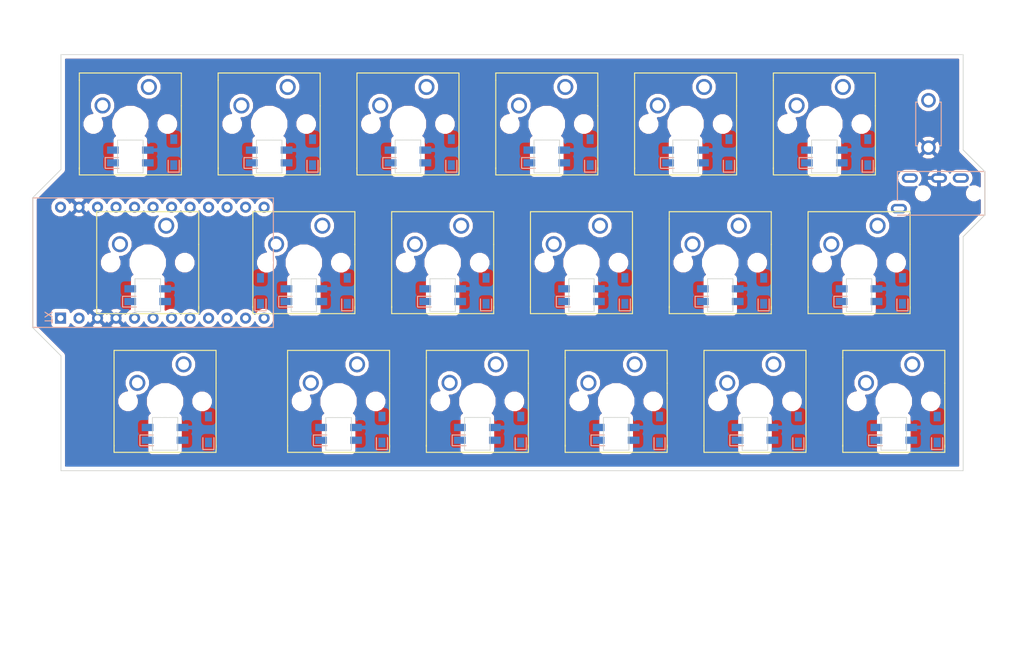
<source format=kicad_pcb>
(kicad_pcb (version 20171130) (host pcbnew "(5.0.1-3-g963ef8bb5)")
  (layers (0 F.Cu signal) (31 B.Cu signal) (34 B.Paste user) (35 F.Paste user) (36 B.SilkS user) (37 F.SilkS user) (38 B.Mask user) (39 F.Mask user) (44 Edge.Cuts user))
  (net 0 "")
  (net 1 "Net-(D1-Pad2)")
  (net 2 row0)
  (net 3 "Net-(D2-Pad2)")
  (net 4 row1)
  (net 5 "Net-(D3-Pad2)")
  (net 6 row2)
  (net 7 "Net-(D4-Pad2)")
  (net 8 "Net-(D5-Pad2)")
  (net 9 "Net-(D6-Pad2)")
  (net 10 "Net-(D7-Pad2)")
  (net 11 "Net-(D8-Pad2)")
  (net 12 "Net-(D9-Pad2)")
  (net 13 "Net-(D10-Pad2)")
  (net 14 "Net-(D11-Pad2)")
  (net 15 "Net-(D12-Pad2)")
  (net 16 "Net-(D14-Pad2)")
  (net 17 "Net-(D15-Pad2)")
  (net 18 "Net-(D16-Pad2)")
  (net 19 "Net-(D18-Pad2)")
  (net 20 VCC)
  (net 21 data)
  (net 22 GND)
  (net 23 reset)
  (net 24 col0)
  (net 25 col1)
  (net 26 col2)
  (net 27 col3)
  (net 28 col4)
  (net 29 col5)
  (net 30 "Net-(U1-Pad11)")
  (net 31 "Net-(U1-Pad12)")
  (net 32 "Net-(U1-Pad13)")
  (net 33 "Net-(U1-Pad24)")
  (net 34 "Net-(D19-Pad2)")
  (net 35 "Net-(U1-Pad5)")
  (net 36 "Net-(U1-Pad6)")
  (net 37 row3)
  (net 38 "Net-(D20-Pad2)")
  (net 39 led)
  (net 40 "Net-(L1-Pad1)")
  (net 41 "Net-(L2-Pad1)")
  (net 42 "Net-(L18-Pad1)")
  (net 43 "Net-(L19-Pad1)")
  (net 44 "Net-(L3-Pad1)")
  (net 45 "Net-(L4-Pad1)")
  (net 46 "Net-(L5-Pad1)")
  (net 47 "Net-(L6-Pad1)")
  (net 48 "Net-(L10-Pad3)")
  (net 49 "Net-(L11-Pad3)")
  (net 50 "Net-(L12-Pad3)")
  (net 51 "Net-(L10-Pad1)")
  (net 52 "Net-(L11-Pad1)")
  (net 53 "Net-(L12-Pad1)")
  (net 54 "Net-(L14-Pad1)")
  (net 55 "Net-(L15-Pad1)")
  (net 56 "Net-(L16-Pad1)")
  (net 57 "Net-(U1-Pad14)")
  (net 58 "Net-(L17-Pad3)")
  (net 59 ledout)
  (module phi-kbd-library:MX_1.25u-irreversible (layer F.Cu) (at 34.562896 73.152168)
    (fp_text reference SW3)
    (fp_text value SW_PUSH hide)
    (pad "" np_thru_hole circle (at 5.08 0) (size 1.7 1.7) (drill 1.7) (layers *.Cu *.Mask))
    (pad "" np_thru_hole circle (at -5.08 0) (size 1.7 1.7) (drill 1.7) (layers *.Cu *.Mask))
    (pad "" np_thru_hole circle (at 0 0) (size 4 4) (drill 4) (layers *.Cu *.Mask))
    (pad 1 thru_hole circle (at -3.81 -2.54) (size 2.2 2.2) (drill 1.5) (layers *.Cu *.Mask) (net 24 col0))
    (pad 2 thru_hole circle (at 2.54 -5.08) (size 2.2 2.2) (drill 1.5) (layers *.Cu *.Mask) (net 3 "Net-(D2-Pad2)"))
  )
  (module phi-kbd-library:ResetSW-irreversible (layer B.Cu) (at 141.719776 54.102056 90)
    (fp_text reference SW1 hide)
    (fp_text value SW_PUSH)
    (pad 2 thru_hole circle (at 3.25 0 90) (size 2 2) (drill 1.3) (layers *.Cu *.Mask) (net 22 GND))
    (pad 1 thru_hole circle (at -3.25 0 90) (size 2 2) (drill 1.3) (layers *.Cu *.Mask) (net 23 reset))
  )
  (module phi-kbd-library:MX_1.00u-irreversible (layer F.Cu) (at 75.044384 73.152168)
    (fp_text reference SW9)
    (fp_text value SW_PUSH hide)
    (pad "" np_thru_hole circle (at 5.08 0) (size 1.7 1.7) (drill 1.7) (layers *.Cu *.Mask))
    (pad "" np_thru_hole circle (at -5.08 0) (size 1.7 1.7) (drill 1.7) (layers *.Cu *.Mask))
    (pad "" np_thru_hole circle (at 0 0) (size 4 4) (drill 4) (layers *.Cu *.Mask))
    (pad 1 thru_hole circle (at -3.81 -2.54) (size 2.2 2.2) (drill 1.5) (layers *.Cu *.Mask) (net 26 col2))
    (pad 2 thru_hole circle (at 2.54 -5.08) (size 2.2 2.2) (drill 1.5) (layers *.Cu *.Mask) (net 11 "Net-(D8-Pad2)"))
  )
  (module phi-kbd-library:MX_1.00u-irreversible (layer F.Cu) (at 79.806912 92.20228)
    (fp_text reference SW10)
    (fp_text value SW_PUSH hide)
    (pad "" np_thru_hole circle (at 5.08 0) (size 1.7 1.7) (drill 1.7) (layers *.Cu *.Mask))
    (pad "" np_thru_hole circle (at -5.08 0) (size 1.7 1.7) (drill 1.7) (layers *.Cu *.Mask))
    (pad "" np_thru_hole circle (at 0 0) (size 4 4) (drill 4) (layers *.Cu *.Mask))
    (pad 1 thru_hole circle (at -3.81 -2.54) (size 2.2 2.2) (drill 1.5) (layers *.Cu *.Mask) (net 26 col2))
    (pad 2 thru_hole circle (at 2.54 -5.08) (size 2.2 2.2) (drill 1.5) (layers *.Cu *.Mask) (net 12 "Net-(D9-Pad2)"))
  )
  (module phi-kbd-library:D_SMD-irreversible (layer F.Cu) (at 76.235016 57.97161 90)
    (fp_text reference D7 hide)
    (fp_text value D hide)
    (pad 2 smd rect (at 1.775 0 90) (size 1.3 0.95) (layers B.Cu B.Paste B.Mask) (net 10 "Net-(D7-Pad2)"))
    (pad 1 smd rect (at -1.775 0 90) (size 1.3 0.95) (layers B.Cu B.Paste B.Mask) (net 2 row0))
  )
  (module phi-kbd-library:D_SMD-irreversible (layer F.Cu) (at 80.997544 77.021722 90)
    (fp_text reference D8 hide)
    (fp_text value D hide)
    (pad 2 smd rect (at 1.775 0 90) (size 1.3 0.95) (layers B.Cu B.Paste B.Mask) (net 11 "Net-(D8-Pad2)"))
    (pad 1 smd rect (at -1.775 0 90) (size 1.3 0.95) (layers B.Cu B.Paste B.Mask) (net 4 row1))
  )
  (module phi-kbd-library:D_SMD-irreversible (layer F.Cu) (at 85.760072 96.071834 90)
    (fp_text reference D9 hide)
    (fp_text value D hide)
    (pad 1 smd rect (at -1.775 0 90) (size 1.3 0.95) (layers B.Cu B.Paste B.Mask) (net 6 row2))
    (pad 2 smd rect (at 1.775 0 90) (size 1.3 0.95) (layers B.Cu B.Paste B.Mask) (net 12 "Net-(D9-Pad2)"))
  )
  (module phi-kbd-library:SK6812MINI-irreversible (layer B.Cu) (at 75.044384 77.617038 180)
    (fp_text reference L8 hide)
    (fp_text value SK6812MINI hide)
    (pad 1 smd rect (at -2.4 -0.875 180) (size 1.6 1) (layers B.Cu B.Paste B.Mask) (net 49 "Net-(L11-Pad3)"))
    (pad 2 smd rect (at -2.4 0.875 180) (size 1.6 1) (layers B.Cu B.Paste B.Mask) (net 22 GND))
    (pad 3 smd rect (at 2.4 0.875 180) (size 1.6 1) (layers B.Cu B.Paste B.Mask) (net 46 "Net-(L5-Pad1)"))
    (pad 4 smd rect (at 2.4 -0.875 180) (size 1.6 1) (layers B.Cu B.Paste B.Mask) (net 20 VCC))
  )
  (module phi-kbd-library:SK6812MINI-irreversible (layer B.Cu) (at 79.806912 96.66715 180)
    (fp_text reference L9 hide)
    (fp_text value SK6812MINI hide)
    (pad 4 smd rect (at 2.4 -0.875 180) (size 1.6 1) (layers B.Cu B.Paste B.Mask) (net 20 VCC))
    (pad 3 smd rect (at 2.4 0.875 180) (size 1.6 1) (layers B.Cu B.Paste B.Mask) (net 47 "Net-(L6-Pad1)"))
    (pad 2 smd rect (at -2.4 0.875 180) (size 1.6 1) (layers B.Cu B.Paste B.Mask) (net 22 GND))
    (pad 1 smd rect (at -2.4 -0.875 180) (size 1.6 1) (layers B.Cu B.Paste B.Mask) (net 50 "Net-(L12-Pad3)"))
  )
  (module phi-kbd-library:MX_1.00u-irreversible (layer F.Cu) (at 70.281856 54.102056)
    (fp_text reference SW8)
    (fp_text value SW_PUSH hide)
    (pad "" np_thru_hole circle (at 5.08 0) (size 1.7 1.7) (drill 1.7) (layers *.Cu *.Mask))
    (pad "" np_thru_hole circle (at -5.08 0) (size 1.7 1.7) (drill 1.7) (layers *.Cu *.Mask))
    (pad "" np_thru_hole circle (at 0 0) (size 4 4) (drill 4) (layers *.Cu *.Mask))
    (pad 1 thru_hole circle (at -3.81 -2.54) (size 2.2 2.2) (drill 1.5) (layers *.Cu *.Mask) (net 26 col2))
    (pad 2 thru_hole circle (at 2.54 -5.08) (size 2.2 2.2) (drill 1.5) (layers *.Cu *.Mask) (net 10 "Net-(D7-Pad2)"))
  )
  (module phi-kbd-library:SK6812MINI-irreversible (layer B.Cu) (at 70.281856 58.566926 180)
    (fp_text reference L7 hide)
    (fp_text value SK6812MINI hide)
    (pad 1 smd rect (at -2.4 -0.875 180) (size 1.6 1) (layers B.Cu B.Paste B.Mask) (net 48 "Net-(L10-Pad3)"))
    (pad 2 smd rect (at -2.4 0.875 180) (size 1.6 1) (layers B.Cu B.Paste B.Mask) (net 22 GND))
    (pad 3 smd rect (at 2.4 0.875 180) (size 1.6 1) (layers B.Cu B.Paste B.Mask) (net 45 "Net-(L4-Pad1)"))
    (pad 4 smd rect (at 2.4 -0.875 180) (size 1.6 1) (layers B.Cu B.Paste B.Mask) (net 20 VCC))
  )
  (module phi-kbd-library:MX_1.00u-irreversible (layer F.Cu) (at 55.994272 73.152168)
    (fp_text reference SW6)
    (fp_text value SW_PUSH hide)
    (pad "" np_thru_hole circle (at 5.08 0) (size 1.7 1.7) (drill 1.7) (layers *.Cu *.Mask))
    (pad "" np_thru_hole circle (at -5.08 0) (size 1.7 1.7) (drill 1.7) (layers *.Cu *.Mask))
    (pad "" np_thru_hole circle (at 0 0) (size 4 4) (drill 4) (layers *.Cu *.Mask))
    (pad 1 thru_hole circle (at -3.81 -2.54) (size 2.2 2.2) (drill 1.5) (layers *.Cu *.Mask) (net 25 col1))
    (pad 2 thru_hole circle (at 2.54 -5.08) (size 2.2 2.2) (drill 1.5) (layers *.Cu *.Mask) (net 8 "Net-(D5-Pad2)"))
  )
  (module phi-kbd-library:D_SMD-irreversible (layer F.Cu) (at 38.134792 57.97161 90)
    (fp_text reference D1 hide)
    (fp_text value D hide)
    (pad 2 smd rect (at 1.775 0 90) (size 1.3 0.95) (layers B.Cu B.Paste B.Mask) (net 1 "Net-(D1-Pad2)"))
    (pad 1 smd rect (at -1.775 0 90) (size 1.3 0.95) (layers B.Cu B.Paste B.Mask) (net 2 row0))
  )
  (module phi-kbd-library:D_SMD-irreversible (layer F.Cu) (at 50.041112 77.021722 90)
    (fp_text reference D2 hide)
    (fp_text value D hide)
    (pad 2 smd rect (at 1.775 0 90) (size 1.3 0.95) (layers B.Cu B.Paste B.Mask) (net 3 "Net-(D2-Pad2)"))
    (pad 1 smd rect (at -1.775 0 90) (size 1.3 0.95) (layers B.Cu B.Paste B.Mask) (net 4 row1))
  )
  (module phi-kbd-library:D_SMD-irreversible (layer F.Cu) (at 42.89732 96.071834 90)
    (fp_text reference D3 hide)
    (fp_text value D hide)
    (pad 2 smd rect (at 1.775 0 90) (size 1.3 0.95) (layers B.Cu B.Paste B.Mask) (net 5 "Net-(D3-Pad2)"))
    (pad 1 smd rect (at -1.775 0 90) (size 1.3 0.95) (layers B.Cu B.Paste B.Mask) (net 6 row2))
  )
  (module phi-kbd-library:D_SMD-irreversible (layer F.Cu) (at 57.184904 57.97161 90)
    (fp_text reference D4 hide)
    (fp_text value D hide)
    (pad 1 smd rect (at -1.775 0 90) (size 1.3 0.95) (layers B.Cu B.Paste B.Mask) (net 2 row0))
    (pad 2 smd rect (at 1.775 0 90) (size 1.3 0.95) (layers B.Cu B.Paste B.Mask) (net 7 "Net-(D4-Pad2)"))
  )
  (module phi-kbd-library:D_SMD-irreversible (layer F.Cu) (at 61.947432 77.021722 90)
    (fp_text reference D5 hide)
    (fp_text value D hide)
    (pad 1 smd rect (at -1.775 0 90) (size 1.3 0.95) (layers B.Cu B.Paste B.Mask) (net 4 row1))
    (pad 2 smd rect (at 1.775 0 90) (size 1.3 0.95) (layers B.Cu B.Paste B.Mask) (net 8 "Net-(D5-Pad2)"))
  )
  (module phi-kbd-library:D_SMD-irreversible (layer F.Cu) (at 66.70996 96.071834 90)
    (fp_text reference D6 hide)
    (fp_text value D hide)
    (pad 2 smd rect (at 1.775 0 90) (size 1.3 0.95) (layers B.Cu B.Paste B.Mask) (net 9 "Net-(D6-Pad2)"))
    (pad 1 smd rect (at -1.775 0 90) (size 1.3 0.95) (layers B.Cu B.Paste B.Mask) (net 6 row2))
  )
  (module phi-kbd-library:D_SMD-irreversible (layer F.Cu) (at 95.285128 57.97161 90)
    (fp_text reference D10 hide)
    (fp_text value D hide)
    (pad 1 smd rect (at -1.775 0 90) (size 1.3 0.95) (layers B.Cu B.Paste B.Mask) (net 2 row0))
    (pad 2 smd rect (at 1.775 0 90) (size 1.3 0.95) (layers B.Cu B.Paste B.Mask) (net 13 "Net-(D10-Pad2)"))
  )
  (module phi-kbd-library:D_SMD-irreversible (layer F.Cu) (at 100.047656 77.021722 90)
    (fp_text reference D11 hide)
    (fp_text value D hide)
    (pad 2 smd rect (at 1.775 0 90) (size 1.3 0.95) (layers B.Cu B.Paste B.Mask) (net 14 "Net-(D11-Pad2)"))
    (pad 1 smd rect (at -1.775 0 90) (size 1.3 0.95) (layers B.Cu B.Paste B.Mask) (net 4 row1))
  )
  (module phi-kbd-library:D_SMD-irreversible (layer F.Cu) (at 104.810184 96.071834 90)
    (fp_text reference D12 hide)
    (fp_text value D hide)
    (pad 1 smd rect (at -1.775 0 90) (size 1.3 0.95) (layers B.Cu B.Paste B.Mask) (net 6 row2))
    (pad 2 smd rect (at 1.775 0 90) (size 1.3 0.95) (layers B.Cu B.Paste B.Mask) (net 15 "Net-(D12-Pad2)"))
  )
  (module phi-kbd-library:D_SMD-irreversible (layer F.Cu) (at 114.33524 57.97161 90)
    (fp_text reference D14 hide)
    (fp_text value D hide)
    (pad 2 smd rect (at 1.775 0 90) (size 1.3 0.95) (layers B.Cu B.Paste B.Mask) (net 16 "Net-(D14-Pad2)"))
    (pad 1 smd rect (at -1.775 0 90) (size 1.3 0.95) (layers B.Cu B.Paste B.Mask) (net 2 row0))
  )
  (module phi-kbd-library:D_SMD-irreversible (layer F.Cu) (at 119.097768 77.021722 90)
    (fp_text reference D15 hide)
    (fp_text value D hide)
    (pad 2 smd rect (at 1.775 0 90) (size 1.3 0.95) (layers B.Cu B.Paste B.Mask) (net 17 "Net-(D15-Pad2)"))
    (pad 1 smd rect (at -1.775 0 90) (size 1.3 0.95) (layers B.Cu B.Paste B.Mask) (net 4 row1))
  )
  (module phi-kbd-library:D_SMD-irreversible (layer F.Cu) (at 123.860296 96.071834 90)
    (fp_text reference D16 hide)
    (fp_text value D hide)
    (pad 2 smd rect (at 1.775 0 90) (size 1.3 0.95) (layers B.Cu B.Paste B.Mask) (net 18 "Net-(D16-Pad2)"))
    (pad 1 smd rect (at -1.775 0 90) (size 1.3 0.95) (layers B.Cu B.Paste B.Mask) (net 6 row2))
  )
  (module phi-kbd-library:D_SMD-irreversible (layer F.Cu) (at 133.385352 57.97161 90)
    (fp_text reference D18 hide)
    (fp_text value D hide)
    (pad 1 smd rect (at -1.775 0 90) (size 1.3 0.95) (layers B.Cu B.Paste B.Mask) (net 2 row0))
    (pad 2 smd rect (at 1.775 0 90) (size 1.3 0.95) (layers B.Cu B.Paste B.Mask) (net 19 "Net-(D18-Pad2)"))
  )
  (module phi-kbd-library:D_SMD-irreversible (layer F.Cu) (at 138.14788 77.021722 90)
    (fp_text reference D19 hide)
    (fp_text value D hide)
    (pad 1 smd rect (at -1.775 0 90) (size 1.3 0.95) (layers B.Cu B.Paste B.Mask) (net 4 row1))
    (pad 2 smd rect (at 1.775 0 90) (size 1.3 0.95) (layers B.Cu B.Paste B.Mask) (net 34 "Net-(D19-Pad2)"))
  )
  (module phi-kbd-library:D_SMD-irreversible (layer F.Cu) (at 142.910408 96.071834 90)
    (fp_text reference D20 hide)
    (fp_text value D hide)
    (pad 1 smd rect (at -1.775 0 90) (size 1.3 0.95) (layers B.Cu B.Paste B.Mask) (net 6 row2))
    (pad 2 smd rect (at 1.775 0 90) (size 1.3 0.95) (layers B.Cu B.Paste B.Mask) (net 38 "Net-(D20-Pad2)"))
  )
  (module phi-kbd-library:MJ-4PP-9-irreversible (layer B.Cu) (at 149.458884 63.627112 180)
    (fp_text reference J1)
    (fp_text value MJ-4PP-9)
    (pad "" np_thru_hole circle (at 1.5 0 180) (size 1.2 1.2) (drill 1.2) (layers *.Cu *.Mask))
    (pad "" np_thru_hole circle (at 8.5 0 180) (size 1.2 1.2) (drill 1.2) (layers *.Cu *.Mask))
    (pad B thru_hole oval (at 3.3 2.1 180) (size 2.2 1.3) (drill oval 1.5 0.6) (layers *.Cu *.Mask) (net 21 data))
    (pad C thru_hole oval (at 6.3 2.1 180) (size 2.2 1.3) (drill oval 1.5 0.6) (layers *.Cu *.Mask) (net 22 GND))
    (pad D thru_hole oval (at 10.3 2.1 180) (size 2.2 1.3) (drill oval 1.5 0.6) (layers *.Cu *.Mask) (net 20 VCC))
    (pad A thru_hole oval (at 11.8 -2.1 180) (size 2.2 1.3) (drill oval 1.5 0.6) (layers *.Cu *.Mask) (net 59 ledout))
  )
  (module phi-kbd-library:SK6812MINI-irreversible (layer B.Cu) (at 32.181632 58.566926 180)
    (fp_text reference L1 hide)
    (fp_text value SK6812MINI hide)
    (pad 1 smd rect (at -2.4 -0.875 180) (size 1.6 1) (layers B.Cu B.Paste B.Mask) (net 40 "Net-(L1-Pad1)"))
    (pad 2 smd rect (at -2.4 0.875 180) (size 1.6 1) (layers B.Cu B.Paste B.Mask) (net 22 GND))
    (pad 3 smd rect (at 2.4 0.875 180) (size 1.6 1) (layers B.Cu B.Paste B.Mask) (net 39 led))
    (pad 4 smd rect (at 2.4 -0.875 180) (size 1.6 1) (layers B.Cu B.Paste B.Mask) (net 20 VCC))
  )
  (module phi-kbd-library:SK6812MINI-irreversible (layer B.Cu) (at 34.562896 77.617038 180)
    (fp_text reference L2 hide)
    (fp_text value SK6812MINI hide)
    (pad 1 smd rect (at -2.4 -0.875 180) (size 1.6 1) (layers B.Cu B.Paste B.Mask) (net 41 "Net-(L2-Pad1)"))
    (pad 2 smd rect (at -2.4 0.875 180) (size 1.6 1) (layers B.Cu B.Paste B.Mask) (net 22 GND))
    (pad 3 smd rect (at 2.4 0.875 180) (size 1.6 1) (layers B.Cu B.Paste B.Mask) (net 42 "Net-(L18-Pad1)"))
    (pad 4 smd rect (at 2.4 -0.875 180) (size 1.6 1) (layers B.Cu B.Paste B.Mask) (net 20 VCC))
  )
  (module phi-kbd-library:SK6812MINI-irreversible (layer B.Cu) (at 36.94416 96.66715 180)
    (fp_text reference L3 hide)
    (fp_text value SK6812MINI hide)
    (pad 4 smd rect (at 2.4 -0.875 180) (size 1.6 1) (layers B.Cu B.Paste B.Mask) (net 20 VCC))
    (pad 3 smd rect (at 2.4 0.875 180) (size 1.6 1) (layers B.Cu B.Paste B.Mask) (net 43 "Net-(L19-Pad1)"))
    (pad 2 smd rect (at -2.4 0.875 180) (size 1.6 1) (layers B.Cu B.Paste B.Mask) (net 22 GND))
    (pad 1 smd rect (at -2.4 -0.875 180) (size 1.6 1) (layers B.Cu B.Paste B.Mask) (net 44 "Net-(L3-Pad1)"))
  )
  (module phi-kbd-library:SK6812MINI-irreversible (layer B.Cu) (at 51.231744 58.566926 180)
    (fp_text reference L4 hide)
    (fp_text value SK6812MINI hide)
    (pad 1 smd rect (at -2.4 -0.875 180) (size 1.6 1) (layers B.Cu B.Paste B.Mask) (net 45 "Net-(L4-Pad1)"))
    (pad 2 smd rect (at -2.4 0.875 180) (size 1.6 1) (layers B.Cu B.Paste B.Mask) (net 22 GND))
    (pad 3 smd rect (at 2.4 0.875 180) (size 1.6 1) (layers B.Cu B.Paste B.Mask) (net 40 "Net-(L1-Pad1)"))
    (pad 4 smd rect (at 2.4 -0.875 180) (size 1.6 1) (layers B.Cu B.Paste B.Mask) (net 20 VCC))
  )
  (module phi-kbd-library:SK6812MINI-irreversible (layer B.Cu) (at 55.994272 77.617038 180)
    (fp_text reference L5 hide)
    (fp_text value SK6812MINI hide)
    (pad 4 smd rect (at 2.4 -0.875 180) (size 1.6 1) (layers B.Cu B.Paste B.Mask) (net 20 VCC))
    (pad 3 smd rect (at 2.4 0.875 180) (size 1.6 1) (layers B.Cu B.Paste B.Mask) (net 41 "Net-(L2-Pad1)"))
    (pad 2 smd rect (at -2.4 0.875 180) (size 1.6 1) (layers B.Cu B.Paste B.Mask) (net 22 GND))
    (pad 1 smd rect (at -2.4 -0.875 180) (size 1.6 1) (layers B.Cu B.Paste B.Mask) (net 46 "Net-(L5-Pad1)"))
  )
  (module phi-kbd-library:SK6812MINI-irreversible (layer B.Cu) (at 60.7568 96.66715 180)
    (fp_text reference L6 hide)
    (fp_text value SK6812MINI hide)
    (pad 1 smd rect (at -2.4 -0.875 180) (size 1.6 1) (layers B.Cu B.Paste B.Mask) (net 47 "Net-(L6-Pad1)"))
    (pad 2 smd rect (at -2.4 0.875 180) (size 1.6 1) (layers B.Cu B.Paste B.Mask) (net 22 GND))
    (pad 3 smd rect (at 2.4 0.875 180) (size 1.6 1) (layers B.Cu B.Paste B.Mask) (net 44 "Net-(L3-Pad1)"))
    (pad 4 smd rect (at 2.4 -0.875 180) (size 1.6 1) (layers B.Cu B.Paste B.Mask) (net 20 VCC))
  )
  (module phi-kbd-library:SK6812MINI-irreversible (layer B.Cu) (at 89.331968 58.566926 180)
    (fp_text reference L10 hide)
    (fp_text value SK6812MINI hide)
    (pad 1 smd rect (at -2.4 -0.875 180) (size 1.6 1) (layers B.Cu B.Paste B.Mask) (net 51 "Net-(L10-Pad1)"))
    (pad 2 smd rect (at -2.4 0.875 180) (size 1.6 1) (layers B.Cu B.Paste B.Mask) (net 22 GND))
    (pad 3 smd rect (at 2.4 0.875 180) (size 1.6 1) (layers B.Cu B.Paste B.Mask) (net 48 "Net-(L10-Pad3)"))
    (pad 4 smd rect (at 2.4 -0.875 180) (size 1.6 1) (layers B.Cu B.Paste B.Mask) (net 20 VCC))
  )
  (module phi-kbd-library:SK6812MINI-irreversible (layer B.Cu) (at 94.094496 77.617038 180)
    (fp_text reference L11 hide)
    (fp_text value SK6812MINI hide)
    (pad 4 smd rect (at 2.4 -0.875 180) (size 1.6 1) (layers B.Cu B.Paste B.Mask) (net 20 VCC))
    (pad 3 smd rect (at 2.4 0.875 180) (size 1.6 1) (layers B.Cu B.Paste B.Mask) (net 49 "Net-(L11-Pad3)"))
    (pad 2 smd rect (at -2.4 0.875 180) (size 1.6 1) (layers B.Cu B.Paste B.Mask) (net 22 GND))
    (pad 1 smd rect (at -2.4 -0.875 180) (size 1.6 1) (layers B.Cu B.Paste B.Mask) (net 52 "Net-(L11-Pad1)"))
  )
  (module phi-kbd-library:SK6812MINI-irreversible (layer B.Cu) (at 98.857024 96.66715 180)
    (fp_text reference L12 hide)
    (fp_text value SK6812MINI hide)
    (pad 1 smd rect (at -2.4 -0.875 180) (size 1.6 1) (layers B.Cu B.Paste B.Mask) (net 53 "Net-(L12-Pad1)"))
    (pad 2 smd rect (at -2.4 0.875 180) (size 1.6 1) (layers B.Cu B.Paste B.Mask) (net 22 GND))
    (pad 3 smd rect (at 2.4 0.875 180) (size 1.6 1) (layers B.Cu B.Paste B.Mask) (net 50 "Net-(L12-Pad3)"))
    (pad 4 smd rect (at 2.4 -0.875 180) (size 1.6 1) (layers B.Cu B.Paste B.Mask) (net 20 VCC))
  )
  (module phi-kbd-library:SK6812MINI-irreversible (layer B.Cu) (at 108.38208 58.566926 180)
    (fp_text reference L14 hide)
    (fp_text value SK6812MINI hide)
    (pad 4 smd rect (at 2.4 -0.875 180) (size 1.6 1) (layers B.Cu B.Paste B.Mask) (net 20 VCC))
    (pad 3 smd rect (at 2.4 0.875 180) (size 1.6 1) (layers B.Cu B.Paste B.Mask) (net 51 "Net-(L10-Pad1)"))
    (pad 2 smd rect (at -2.4 0.875 180) (size 1.6 1) (layers B.Cu B.Paste B.Mask) (net 22 GND))
    (pad 1 smd rect (at -2.4 -0.875 180) (size 1.6 1) (layers B.Cu B.Paste B.Mask) (net 54 "Net-(L14-Pad1)"))
  )
  (module phi-kbd-library:SK6812MINI-irreversible (layer B.Cu) (at 113.144608 77.617038 180)
    (fp_text reference L15 hide)
    (fp_text value SK6812MINI hide)
    (pad 1 smd rect (at -2.4 -0.875 180) (size 1.6 1) (layers B.Cu B.Paste B.Mask) (net 55 "Net-(L15-Pad1)"))
    (pad 2 smd rect (at -2.4 0.875 180) (size 1.6 1) (layers B.Cu B.Paste B.Mask) (net 22 GND))
    (pad 3 smd rect (at 2.4 0.875 180) (size 1.6 1) (layers B.Cu B.Paste B.Mask) (net 52 "Net-(L11-Pad1)"))
    (pad 4 smd rect (at 2.4 -0.875 180) (size 1.6 1) (layers B.Cu B.Paste B.Mask) (net 20 VCC))
  )
  (module phi-kbd-library:SK6812MINI-irreversible (layer B.Cu) (at 117.907136 96.66715 180)
    (fp_text reference L16 hide)
    (fp_text value SK6812MINI hide)
    (pad 4 smd rect (at 2.4 -0.875 180) (size 1.6 1) (layers B.Cu B.Paste B.Mask) (net 20 VCC))
    (pad 3 smd rect (at 2.4 0.875 180) (size 1.6 1) (layers B.Cu B.Paste B.Mask) (net 53 "Net-(L12-Pad1)"))
    (pad 2 smd rect (at -2.4 0.875 180) (size 1.6 1) (layers B.Cu B.Paste B.Mask) (net 22 GND))
    (pad 1 smd rect (at -2.4 -0.875 180) (size 1.6 1) (layers B.Cu B.Paste B.Mask) (net 56 "Net-(L16-Pad1)"))
  )
  (module phi-kbd-library:SK6812MINI-irreversible (layer B.Cu) (at 127.432192 58.566926 180)
    (fp_text reference L18 hide)
    (fp_text value SK6812MINI hide)
    (pad 1 smd rect (at -2.4 -0.875 180) (size 1.6 1) (layers B.Cu B.Paste B.Mask) (net 42 "Net-(L18-Pad1)"))
    (pad 2 smd rect (at -2.4 0.875 180) (size 1.6 1) (layers B.Cu B.Paste B.Mask) (net 22 GND))
    (pad 3 smd rect (at 2.4 0.875 180) (size 1.6 1) (layers B.Cu B.Paste B.Mask) (net 54 "Net-(L14-Pad1)"))
    (pad 4 smd rect (at 2.4 -0.875 180) (size 1.6 1) (layers B.Cu B.Paste B.Mask) (net 20 VCC))
  )
  (module phi-kbd-library:SK6812MINI-irreversible (layer B.Cu) (at 132.19472 77.617038 180)
    (fp_text reference L19 hide)
    (fp_text value SK6812MINI hide)
    (pad 4 smd rect (at 2.4 -0.875 180) (size 1.6 1) (layers B.Cu B.Paste B.Mask) (net 20 VCC))
    (pad 3 smd rect (at 2.4 0.875 180) (size 1.6 1) (layers B.Cu B.Paste B.Mask) (net 55 "Net-(L15-Pad1)"))
    (pad 2 smd rect (at -2.4 0.875 180) (size 1.6 1) (layers B.Cu B.Paste B.Mask) (net 22 GND))
    (pad 1 smd rect (at -2.4 -0.875 180) (size 1.6 1) (layers B.Cu B.Paste B.Mask) (net 43 "Net-(L19-Pad1)"))
  )
  (module phi-kbd-library:SK6812MINI-irreversible (layer B.Cu) (at 136.957248 96.66715 180)
    (fp_text reference L20 hide)
    (fp_text value SK6812MINI hide)
    (pad 1 smd rect (at -2.4 -0.875 180) (size 1.6 1) (layers B.Cu B.Paste B.Mask) (net 58 "Net-(L17-Pad3)"))
    (pad 2 smd rect (at -2.4 0.875 180) (size 1.6 1) (layers B.Cu B.Paste B.Mask) (net 22 GND))
    (pad 3 smd rect (at 2.4 0.875 180) (size 1.6 1) (layers B.Cu B.Paste B.Mask) (net 56 "Net-(L16-Pad1)"))
    (pad 4 smd rect (at 2.4 -0.875 180) (size 1.6 1) (layers B.Cu B.Paste B.Mask) (net 20 VCC))
  )
  (module phi-kbd-library:MX_1.00u-irreversible (layer F.Cu) (at 32.181632 54.102056)
    (fp_text reference SW2)
    (fp_text value SW_PUSH hide)
    (pad "" np_thru_hole circle (at 5.08 0) (size 1.7 1.7) (drill 1.7) (layers *.Cu *.Mask))
    (pad "" np_thru_hole circle (at -5.08 0) (size 1.7 1.7) (drill 1.7) (layers *.Cu *.Mask))
    (pad "" np_thru_hole circle (at 0 0) (size 4 4) (drill 4) (layers *.Cu *.Mask))
    (pad 1 thru_hole circle (at -3.81 -2.54) (size 2.2 2.2) (drill 1.5) (layers *.Cu *.Mask) (net 24 col0))
    (pad 2 thru_hole circle (at 2.54 -5.08) (size 2.2 2.2) (drill 1.5) (layers *.Cu *.Mask) (net 1 "Net-(D1-Pad2)"))
  )
  (module phi-kbd-library:MX_1.50u-irreversible (layer F.Cu) (at 36.94416 92.20228)
    (fp_text reference SW4)
    (fp_text value SW_PUSH hide)
    (pad "" np_thru_hole circle (at 5.08 0) (size 1.7 1.7) (drill 1.7) (layers *.Cu *.Mask))
    (pad "" np_thru_hole circle (at -5.08 0) (size 1.7 1.7) (drill 1.7) (layers *.Cu *.Mask))
    (pad "" np_thru_hole circle (at 0 0) (size 4 4) (drill 4) (layers *.Cu *.Mask))
    (pad 1 thru_hole circle (at -3.81 -2.54) (size 2.2 2.2) (drill 1.5) (layers *.Cu *.Mask) (net 24 col0))
    (pad 2 thru_hole circle (at 2.54 -5.08) (size 2.2 2.2) (drill 1.5) (layers *.Cu *.Mask) (net 5 "Net-(D3-Pad2)"))
  )
  (module phi-kbd-library:MX_1.00u-irreversible (layer F.Cu) (at 51.231744 54.102056)
    (fp_text reference SW5)
    (fp_text value SW_PUSH hide)
    (pad 2 thru_hole circle (at 2.54 -5.08) (size 2.2 2.2) (drill 1.5) (layers *.Cu *.Mask) (net 7 "Net-(D4-Pad2)"))
    (pad 1 thru_hole circle (at -3.81 -2.54) (size 2.2 2.2) (drill 1.5) (layers *.Cu *.Mask) (net 25 col1))
    (pad "" np_thru_hole circle (at 0 0) (size 4 4) (drill 4) (layers *.Cu *.Mask))
    (pad "" np_thru_hole circle (at -5.08 0) (size 1.7 1.7) (drill 1.7) (layers *.Cu *.Mask))
    (pad "" np_thru_hole circle (at 5.08 0) (size 1.7 1.7) (drill 1.7) (layers *.Cu *.Mask))
  )
  (module phi-kbd-library:MX_1.00u-irreversible (layer F.Cu) (at 60.7568 92.20228)
    (fp_text reference SW7)
    (fp_text value SW_PUSH hide)
    (pad 2 thru_hole circle (at 2.54 -5.08) (size 2.2 2.2) (drill 1.5) (layers *.Cu *.Mask) (net 9 "Net-(D6-Pad2)"))
    (pad 1 thru_hole circle (at -3.81 -2.54) (size 2.2 2.2) (drill 1.5) (layers *.Cu *.Mask) (net 25 col1))
    (pad "" np_thru_hole circle (at 0 0) (size 4 4) (drill 4) (layers *.Cu *.Mask))
    (pad "" np_thru_hole circle (at -5.08 0) (size 1.7 1.7) (drill 1.7) (layers *.Cu *.Mask))
    (pad "" np_thru_hole circle (at 5.08 0) (size 1.7 1.7) (drill 1.7) (layers *.Cu *.Mask))
  )
  (module phi-kbd-library:MX_1.00u-irreversible (layer F.Cu) (at 89.331968 54.102056)
    (fp_text reference SW11)
    (fp_text value SW_PUSH hide)
    (pad 2 thru_hole circle (at 2.54 -5.08) (size 2.2 2.2) (drill 1.5) (layers *.Cu *.Mask) (net 13 "Net-(D10-Pad2)"))
    (pad 1 thru_hole circle (at -3.81 -2.54) (size 2.2 2.2) (drill 1.5) (layers *.Cu *.Mask) (net 27 col3))
    (pad "" np_thru_hole circle (at 0 0) (size 4 4) (drill 4) (layers *.Cu *.Mask))
    (pad "" np_thru_hole circle (at -5.08 0) (size 1.7 1.7) (drill 1.7) (layers *.Cu *.Mask))
    (pad "" np_thru_hole circle (at 5.08 0) (size 1.7 1.7) (drill 1.7) (layers *.Cu *.Mask))
  )
  (module phi-kbd-library:MX_1.00u-irreversible (layer F.Cu) (at 94.094496 73.152168)
    (fp_text reference SW12)
    (fp_text value SW_PUSH hide)
    (pad 2 thru_hole circle (at 2.54 -5.08) (size 2.2 2.2) (drill 1.5) (layers *.Cu *.Mask) (net 14 "Net-(D11-Pad2)"))
    (pad 1 thru_hole circle (at -3.81 -2.54) (size 2.2 2.2) (drill 1.5) (layers *.Cu *.Mask) (net 27 col3))
    (pad "" np_thru_hole circle (at 0 0) (size 4 4) (drill 4) (layers *.Cu *.Mask))
    (pad "" np_thru_hole circle (at -5.08 0) (size 1.7 1.7) (drill 1.7) (layers *.Cu *.Mask))
    (pad "" np_thru_hole circle (at 5.08 0) (size 1.7 1.7) (drill 1.7) (layers *.Cu *.Mask))
  )
  (module phi-kbd-library:MX_1.00u-irreversible (layer F.Cu) (at 98.857024 92.20228)
    (fp_text reference SW13)
    (fp_text value SW_PUSH hide)
    (pad "" np_thru_hole circle (at 5.08 0) (size 1.7 1.7) (drill 1.7) (layers *.Cu *.Mask))
    (pad "" np_thru_hole circle (at -5.08 0) (size 1.7 1.7) (drill 1.7) (layers *.Cu *.Mask))
    (pad "" np_thru_hole circle (at 0 0) (size 4 4) (drill 4) (layers *.Cu *.Mask))
    (pad 1 thru_hole circle (at -3.81 -2.54) (size 2.2 2.2) (drill 1.5) (layers *.Cu *.Mask) (net 27 col3))
    (pad 2 thru_hole circle (at 2.54 -5.08) (size 2.2 2.2) (drill 1.5) (layers *.Cu *.Mask) (net 15 "Net-(D12-Pad2)"))
  )
  (module phi-kbd-library:MX_1.00u-irreversible (layer F.Cu) (at 108.38208 54.102056)
    (fp_text reference SW15)
    (fp_text value SW_PUSH hide)
    (pad 2 thru_hole circle (at 2.54 -5.08) (size 2.2 2.2) (drill 1.5) (layers *.Cu *.Mask) (net 16 "Net-(D14-Pad2)"))
    (pad 1 thru_hole circle (at -3.81 -2.54) (size 2.2 2.2) (drill 1.5) (layers *.Cu *.Mask) (net 28 col4))
    (pad "" np_thru_hole circle (at 0 0) (size 4 4) (drill 4) (layers *.Cu *.Mask))
    (pad "" np_thru_hole circle (at -5.08 0) (size 1.7 1.7) (drill 1.7) (layers *.Cu *.Mask))
    (pad "" np_thru_hole circle (at 5.08 0) (size 1.7 1.7) (drill 1.7) (layers *.Cu *.Mask))
  )
  (module phi-kbd-library:MX_1.00u-irreversible (layer F.Cu) (at 113.144608 73.152168)
    (fp_text reference SW16)
    (fp_text value SW_PUSH hide)
    (pad "" np_thru_hole circle (at 5.08 0) (size 1.7 1.7) (drill 1.7) (layers *.Cu *.Mask))
    (pad "" np_thru_hole circle (at -5.08 0) (size 1.7 1.7) (drill 1.7) (layers *.Cu *.Mask))
    (pad "" np_thru_hole circle (at 0 0) (size 4 4) (drill 4) (layers *.Cu *.Mask))
    (pad 1 thru_hole circle (at -3.81 -2.54) (size 2.2 2.2) (drill 1.5) (layers *.Cu *.Mask) (net 28 col4))
    (pad 2 thru_hole circle (at 2.54 -5.08) (size 2.2 2.2) (drill 1.5) (layers *.Cu *.Mask) (net 17 "Net-(D15-Pad2)"))
  )
  (module phi-kbd-library:MX_1.00u-irreversible (layer F.Cu) (at 117.907136 92.20228)
    (fp_text reference SW17)
    (fp_text value SW_PUSH hide)
    (pad "" np_thru_hole circle (at 5.08 0) (size 1.7 1.7) (drill 1.7) (layers *.Cu *.Mask))
    (pad "" np_thru_hole circle (at -5.08 0) (size 1.7 1.7) (drill 1.7) (layers *.Cu *.Mask))
    (pad "" np_thru_hole circle (at 0 0) (size 4 4) (drill 4) (layers *.Cu *.Mask))
    (pad 1 thru_hole circle (at -3.81 -2.54) (size 2.2 2.2) (drill 1.5) (layers *.Cu *.Mask) (net 28 col4))
    (pad 2 thru_hole circle (at 2.54 -5.08) (size 2.2 2.2) (drill 1.5) (layers *.Cu *.Mask) (net 18 "Net-(D16-Pad2)"))
  )
  (module phi-kbd-library:MX_1.00u-irreversible (layer F.Cu) (at 127.432192 54.102056)
    (fp_text reference SW19)
    (fp_text value SW_PUSH hide)
    (pad "" np_thru_hole circle (at 5.08 0) (size 1.7 1.7) (drill 1.7) (layers *.Cu *.Mask))
    (pad "" np_thru_hole circle (at -5.08 0) (size 1.7 1.7) (drill 1.7) (layers *.Cu *.Mask))
    (pad "" np_thru_hole circle (at 0 0) (size 4 4) (drill 4) (layers *.Cu *.Mask))
    (pad 1 thru_hole circle (at -3.81 -2.54) (size 2.2 2.2) (drill 1.5) (layers *.Cu *.Mask) (net 29 col5))
    (pad 2 thru_hole circle (at 2.54 -5.08) (size 2.2 2.2) (drill 1.5) (layers *.Cu *.Mask) (net 19 "Net-(D18-Pad2)"))
  )
  (module phi-kbd-library:MX_1.00u-irreversible (layer F.Cu) (at 132.19472 73.152168)
    (fp_text reference SW20)
    (fp_text value SW_PUSH hide)
    (pad 2 thru_hole circle (at 2.54 -5.08) (size 2.2 2.2) (drill 1.5) (layers *.Cu *.Mask) (net 34 "Net-(D19-Pad2)"))
    (pad 1 thru_hole circle (at -3.81 -2.54) (size 2.2 2.2) (drill 1.5) (layers *.Cu *.Mask) (net 29 col5))
    (pad "" np_thru_hole circle (at 0 0) (size 4 4) (drill 4) (layers *.Cu *.Mask))
    (pad "" np_thru_hole circle (at -5.08 0) (size 1.7 1.7) (drill 1.7) (layers *.Cu *.Mask))
    (pad "" np_thru_hole circle (at 5.08 0) (size 1.7 1.7) (drill 1.7) (layers *.Cu *.Mask))
  )
  (module phi-kbd-library:MX_1.00u-irreversible (layer F.Cu) (at 136.957248 92.20228)
    (fp_text reference SW21)
    (fp_text value SW_PUSH hide)
    (pad 2 thru_hole circle (at 2.54 -5.08) (size 2.2 2.2) (drill 1.5) (layers *.Cu *.Mask) (net 38 "Net-(D20-Pad2)"))
    (pad 1 thru_hole circle (at -3.81 -2.54) (size 2.2 2.2) (drill 1.5) (layers *.Cu *.Mask) (net 29 col5))
    (pad "" np_thru_hole circle (at 0 0) (size 4 4) (drill 4) (layers *.Cu *.Mask))
    (pad "" np_thru_hole circle (at -5.08 0) (size 1.7 1.7) (drill 1.7) (layers *.Cu *.Mask))
    (pad "" np_thru_hole circle (at 5.08 0) (size 1.7 1.7) (drill 1.7) (layers *.Cu *.Mask))
  )
  (module phi-kbd-library:ProMicro_Reversed_Conthrough-irreversible (layer B.Cu) (at 18.787022 73.152168)
    (fp_text reference U1)
    (fp_text value ProMicro hide)
    (fp_text user TX (at 2.1336 7.5184 -90 unlocked) (layer B.SilkS) (effects (justify mirror)))
    (pad 1 thru_hole rect (at 3.81 7.62) (size 1.524 1.524) (drill 0.8128) (layers *.Cu *.Mask) (net 39 led))
    (pad 2 thru_hole circle (at 6.35 7.62) (size 1.524 1.524) (drill 0.8128) (layers *.Cu *.Mask) (net 21 data))
    (pad 3 thru_hole circle (at 8.89 7.62) (size 1.524 1.524) (drill 0.8128) (layers *.Cu *.Mask) (net 22 GND))
    (pad 4 thru_hole circle (at 11.43 7.62) (size 1.524 1.524) (drill 0.8128) (layers *.Cu *.Mask) (net 22 GND))
    (pad 5 thru_hole circle (at 13.97 7.62) (size 1.524 1.524) (drill 0.8128) (layers *.Cu *.Mask) (net 35 "Net-(U1-Pad5)"))
    (pad 6 thru_hole circle (at 16.51 7.62) (size 1.524 1.524) (drill 0.8128) (layers *.Cu *.Mask) (net 36 "Net-(U1-Pad6)"))
    (pad 7 thru_hole circle (at 19.05 7.62) (size 1.524 1.524) (drill 0.8128) (layers *.Cu *.Mask) (net 2 row0))
    (pad 8 thru_hole circle (at 21.59 7.62) (size 1.524 1.524) (drill 0.8128) (layers *.Cu *.Mask) (net 4 row1))
    (pad 9 thru_hole circle (at 24.13 7.62) (size 1.524 1.524) (drill 0.8128) (layers *.Cu *.Mask) (net 6 row2))
    (pad 10 thru_hole circle (at 26.67 7.62) (size 1.524 1.524) (drill 0.8128) (layers *.Cu *.Mask) (net 37 row3))
    (pad 11 thru_hole circle (at 29.21 7.62) (size 1.524 1.524) (drill 0.8128) (layers *.Cu *.Mask) (net 30 "Net-(U1-Pad11)"))
    (pad 12 thru_hole circle (at 31.75 7.62) (size 1.524 1.524) (drill 0.8128) (layers *.Cu *.Mask) (net 31 "Net-(U1-Pad12)"))
    (pad 24 thru_hole circle (at 3.81 -7.62) (size 1.524 1.524) (drill 0.8128) (layers *.Cu *.Mask) (net 33 "Net-(U1-Pad24)"))
    (pad 23 thru_hole circle (at 6.35 -7.62) (size 1.524 1.524) (drill 0.8128) (layers *.Cu *.Mask) (net 22 GND))
    (pad 22 thru_hole circle (at 8.89 -7.62) (size 1.524 1.524) (drill 0.8128) (layers *.Cu *.Mask) (net 23 reset))
    (pad 21 thru_hole circle (at 11.43 -7.62) (size 1.524 1.524) (drill 0.8128) (layers *.Cu *.Mask) (net 20 VCC))
    (pad 20 thru_hole circle (at 13.97 -7.62) (size 1.524 1.524) (drill 0.8128) (layers *.Cu *.Mask) (net 24 col0))
    (pad 19 thru_hole circle (at 16.51 -7.62) (size 1.524 1.524) (drill 0.8128) (layers *.Cu *.Mask) (net 25 col1))
    (pad 18 thru_hole circle (at 19.05 -7.62) (size 1.524 1.524) (drill 0.8128) (layers *.Cu *.Mask) (net 26 col2))
    (pad 17 thru_hole circle (at 21.59 -7.62) (size 1.524 1.524) (drill 0.8128) (layers *.Cu *.Mask) (net 27 col3))
    (pad 16 thru_hole circle (at 24.13 -7.62) (size 1.524 1.524) (drill 0.8128) (layers *.Cu *.Mask) (net 28 col4))
    (pad 15 thru_hole circle (at 26.67 -7.62) (size 1.524 1.524) (drill 0.8128) (layers *.Cu *.Mask) (net 29 col5))
    (pad 14 thru_hole circle (at 29.21 -7.62) (size 1.524 1.524) (drill 0.8128) (layers *.Cu *.Mask) (net 57 "Net-(U1-Pad14)"))
    (pad 13 thru_hole circle (at 31.75 -7.62) (size 1.524 1.524) (drill 0.8128) (layers *.Cu *.Mask) (net 32 "Net-(U1-Pad13)"))
  )
  (gr_line (start 18.787022 64.222428) (end 22.656576 60.352874) (layer Edge.Cuts) (width 0.1))
  (gr_line (start 78.053976 98.9076) (end 78.053976 94.4118) (layer Edge.Cuts) (width 0.1))
  (gr_line (start 81.559176 98.9076) (end 78.053976 98.9076) (layer Edge.Cuts) (width 0.1))
  (gr_line (start 81.559176 94.4118) (end 81.559176 98.9076) (layer Edge.Cuts) (width 0.1))
  (gr_line (start 78.053976 94.4118) (end 81.559176 94.4118) (layer Edge.Cuts) (width 0.1))
  (gr_line (start 68.528976 60.8076) (end 68.528976 56.3118) (layer Edge.Cuts) (width 0.1))
  (gr_line (start 72.034176 60.8076) (end 68.528976 60.8076) (layer Edge.Cuts) (width 0.1))
  (gr_line (start 72.034176 56.3118) (end 72.034176 60.8076) (layer Edge.Cuts) (width 0.1))
  (gr_line (start 68.528976 56.3118) (end 72.034176 56.3118) (layer Edge.Cuts) (width 0.1))
  (gr_line (start 73.304176 79.8576) (end 73.304176 75.3618) (layer Edge.Cuts) (width 0.1))
  (gr_line (start 76.783976 79.8576) (end 73.304176 79.8576) (layer Edge.Cuts) (width 0.1))
  (gr_line (start 76.783976 75.3618) (end 76.783976 79.8576) (layer Edge.Cuts) (width 0.1))
  (gr_line (start 73.304176 75.3618) (end 76.783976 75.3618) (layer Edge.Cuts) (width 0.1))
  (gr_line (start 79.806912 44.577) (end 22.656576 44.577) (layer Edge.Cuts) (width 0.1))
  (gr_line (start 135.203976 98.9076) (end 135.203976 94.4118) (layer Edge.Cuts) (width 0.1))
  (gr_line (start 138.709176 98.9076) (end 135.203976 98.9076) (layer Edge.Cuts) (width 0.1))
  (gr_line (start 138.709176 94.4118) (end 138.709176 98.9076) (layer Edge.Cuts) (width 0.1))
  (gr_line (start 135.203976 94.4118) (end 138.709176 94.4118) (layer Edge.Cuts) (width 0.1))
  (gr_line (start 116.153976 98.933) (end 116.153976 94.4118) (layer Edge.Cuts) (width 0.1))
  (gr_line (start 119.659176 98.933) (end 116.153976 98.933) (layer Edge.Cuts) (width 0.1))
  (gr_line (start 119.659176 94.4118) (end 119.659176 98.933) (layer Edge.Cuts) (width 0.1))
  (gr_line (start 116.153976 94.4118) (end 119.659176 94.4118) (layer Edge.Cuts) (width 0.1))
  (gr_line (start 97.103976 98.9076) (end 97.103976 94.4118) (layer Edge.Cuts) (width 0.1))
  (gr_line (start 100.609176 98.9076) (end 97.103976 98.9076) (layer Edge.Cuts) (width 0.1))
  (gr_line (start 100.609176 94.4118) (end 100.609176 98.9076) (layer Edge.Cuts) (width 0.1))
  (gr_line (start 97.103976 94.4118) (end 100.609176 94.4118) (layer Edge.Cuts) (width 0.1))
  (gr_line (start 59.003976 98.91791) (end 59.003976 94.42211) (layer Edge.Cuts) (width 0.1))
  (gr_line (start 62.509176 98.91791) (end 59.003976 98.91791) (layer Edge.Cuts) (width 0.1))
  (gr_line (start 62.509176 94.42211) (end 62.509176 98.91791) (layer Edge.Cuts) (width 0.1))
  (gr_line (start 59.003976 94.42211) (end 62.509176 94.42211) (layer Edge.Cuts) (width 0.1))
  (gr_line (start 38.683976 98.91313) (end 35.204176 98.91313) (layer Edge.Cuts) (width 0.1))
  (gr_line (start 35.204176 98.91313) (end 35.204176 94.41733) (layer Edge.Cuts) (width 0.1))
  (gr_line (start 38.683976 94.41733) (end 38.683976 98.91313) (layer Edge.Cuts) (width 0.1))
  (gr_line (start 35.204176 94.41733) (end 38.683976 94.41733) (layer Edge.Cuts) (width 0.1))
  (gr_line (start 130.454176 79.8576) (end 130.454176 75.3618) (layer Edge.Cuts) (width 0.1))
  (gr_line (start 133.933976 79.8576) (end 130.454176 79.8576) (layer Edge.Cuts) (width 0.1))
  (gr_line (start 133.933976 75.3618) (end 133.933976 79.8576) (layer Edge.Cuts) (width 0.1))
  (gr_line (start 130.454176 75.3618) (end 133.933976 75.3618) (layer Edge.Cuts) (width 0.1))
  (gr_line (start 111.404176 79.8576) (end 111.404176 75.3618) (layer Edge.Cuts) (width 0.1))
  (gr_line (start 114.883976 79.8576) (end 111.404176 79.8576) (layer Edge.Cuts) (width 0.1))
  (gr_line (start 114.883976 75.3618) (end 114.883976 79.8576) (layer Edge.Cuts) (width 0.1))
  (gr_line (start 111.404176 75.3618) (end 114.883976 75.3618) (layer Edge.Cuts) (width 0.1))
  (gr_line (start 92.354176 79.8576) (end 92.354176 75.3618) (layer Edge.Cuts) (width 0.1))
  (gr_line (start 95.833976 79.8576) (end 92.354176 79.8576) (layer Edge.Cuts) (width 0.1))
  (gr_line (start 95.833976 75.3618) (end 95.833976 79.8576) (layer Edge.Cuts) (width 0.1))
  (gr_line (start 92.354176 75.3618) (end 95.833976 75.3618) (layer Edge.Cuts) (width 0.1))
  (gr_line (start 54.254176 79.86791) (end 54.254176 75.37211) (layer Edge.Cuts) (width 0.1))
  (gr_line (start 57.733976 79.86791) (end 54.254176 79.86791) (layer Edge.Cuts) (width 0.1))
  (gr_line (start 57.733976 75.37211) (end 57.733976 79.86791) (layer Edge.Cuts) (width 0.1))
  (gr_line (start 54.254176 75.37211) (end 57.733976 75.37211) (layer Edge.Cuts) (width 0.1))
  (gr_line (start 32.816576 79.86313) (end 32.816576 75.36733) (layer Edge.Cuts) (width 0.1))
  (gr_line (start 36.321776 79.86313) (end 32.816576 79.86313) (layer Edge.Cuts) (width 0.1))
  (gr_line (start 36.321776 75.36733) (end 36.321776 79.86313) (layer Edge.Cuts) (width 0.1))
  (gr_line (start 32.816576 75.36733) (end 36.321776 75.36733) (layer Edge.Cuts) (width 0.1))
  (gr_line (start 125.678976 60.8076) (end 125.678976 56.3118) (layer Edge.Cuts) (width 0.1))
  (gr_line (start 129.184176 60.8076) (end 125.678976 60.8076) (layer Edge.Cuts) (width 0.1))
  (gr_line (start 129.184176 56.3118) (end 129.184176 60.8076) (layer Edge.Cuts) (width 0.1))
  (gr_line (start 125.678976 56.3118) (end 129.184176 56.3118) (layer Edge.Cuts) (width 0.1))
  (gr_line (start 106.628976 60.8076) (end 106.628976 56.3118) (layer Edge.Cuts) (width 0.1))
  (gr_line (start 110.134176 60.8076) (end 106.628976 60.8076) (layer Edge.Cuts) (width 0.1))
  (gr_line (start 110.134176 56.3118) (end 110.134176 60.8076) (layer Edge.Cuts) (width 0.1))
  (gr_line (start 106.628976 56.3118) (end 110.134176 56.3118) (layer Edge.Cuts) (width 0.1))
  (gr_line (start 87.578976 60.8076) (end 87.578976 56.3118) (layer Edge.Cuts) (width 0.1))
  (gr_line (start 91.084176 60.8076) (end 87.578976 60.8076) (layer Edge.Cuts) (width 0.1))
  (gr_line (start 91.084176 56.3118) (end 91.084176 60.8076) (layer Edge.Cuts) (width 0.1))
  (gr_line (start 87.578976 56.3118) (end 91.084176 56.3118) (layer Edge.Cuts) (width 0.1))
  (gr_line (start 49.478976 60.81791) (end 49.478976 56.32211) (layer Edge.Cuts) (width 0.1))
  (gr_line (start 52.984176 60.81791) (end 49.478976 60.81791) (layer Edge.Cuts) (width 0.1))
  (gr_line (start 52.984176 56.32211) (end 52.984176 60.81791) (layer Edge.Cuts) (width 0.1))
  (gr_line (start 49.478976 56.32211) (end 52.984176 56.32211) (layer Edge.Cuts) (width 0.1))
  (gr_line (start 30.428976 60.81313) (end 30.428976 56.31733) (layer Edge.Cuts) (width 0.1))
  (gr_line (start 33.934176 60.81313) (end 30.428976 60.81313) (layer Edge.Cuts) (width 0.1))
  (gr_line (start 33.934176 56.31733) (end 33.934176 60.81313) (layer Edge.Cuts) (width 0.1))
  (gr_line (start 30.428976 56.31733) (end 33.934176 56.31733) (layer Edge.Cuts) (width 0.1))
  (gr_line (start 146.482304 69.580272) (end 146.482304 101.727336) (layer Edge.Cuts) (width 0.1))
  (gr_line (start 149.458884 66.603692) (end 146.482304 69.580272) (layer Edge.Cuts) (width 0.12))
  (gr_line (start 149.458884 60.650532) (end 149.458884 66.603692) (layer Edge.Cuts) (width 0.12))
  (gr_line (start 149.458884 60.650532) (end 146.482304 57.673952) (layer Edge.Cuts) (width 0.12))
  (gr_line (start 22.656576 85.951462) (end 22.656576 101.727336) (layer Edge.Cuts) (width 0.1))
  (gr_line (start 18.787022 82.081908) (end 22.656576 85.951462) (layer Edge.Cuts) (width 0.1))
  (gr_line (start 18.787022 64.222428) (end 18.787022 82.081908) (layer Edge.Cuts) (width 0.1))
  (gr_line (start 22.656576 101.727336) (end 146.482304 101.727336) (layer Edge.Cuts) (width 0.1))
  (gr_line (start 146.482304 57.673952) (end 146.482304 44.577) (layer Edge.Cuts) (width 0.1))
  (gr_line (start 22.656576 44.577) (end 22.656576 60.352874) (layer Edge.Cuts) (width 0.1))
  (gr_line (start 146.482304 44.577) (end 79.806912 44.577) (layer Edge.Cuts) (width 0.1))
  (zone (net 22) (net_name GND) (layer B.Cu) (connect_pads (clearance 0.508)) (min_thickness 0.254) (fill yes (arc_segments 16) (thermal_gap 0.508) (thermal_bridge_width 0.508))
    (polygon (pts (xy 15.215126 37.13555) (xy 153.923754 37.13555) (xy 154.221412 126.730608) (xy 14.61981 127.028266)))
  )
  (zone (net 22) (net_name GND) (layer F.Cu) (connect_pads (clearance 0.508)) (min_thickness 0.254) (fill yes (arc_segments 16) (thermal_gap 0.508) (thermal_bridge_width 0.508))
    (polygon (pts (xy 15.215126 37.13555) (xy 153.923754 37.13555) (xy 154.221412 126.730608) (xy 14.61981 127.028266)))
  )
)
</source>
